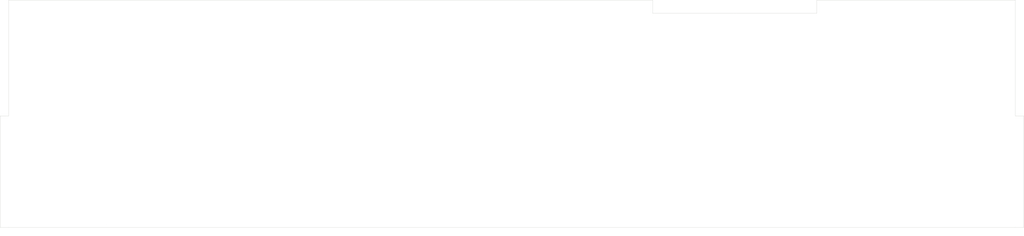
<source format=kicad_pcb>
(kicad_pcb (version 20240108) (generator "pcbnew") (generator_version "8.0")
  (layers (0 "F.Cu" signal) (31 "B.Cu" signal) (34 "B.Paste" user) (35 "F.Paste" user) (36 "B.SilkS" user "B.Silkscreen") (37 "F.SilkS" user "F.Silkscreen") (38 "B.Mask" user) (39 "F.Mask" user) (44 "Edge.Cuts" user))
  (net 0 "")
  (footprint "MountingHole:MountingHole_2.2mm_M2_ISO7380" (layer "F.Cu") (at 234.9 108.2)
    (property "Reference" "H10" (hide yes))
    (property "Value" "MountingHole")
    (pad "" np_thru_hole circle (at 0 0) (size 2.2 2.2) (drill 2.2) (layers "*.Cu" "*.Mask"))
  )
  (footprint "MountingHole:MountingHole_2.2mm_M2_ISO7380" (layer "F.Cu") (at 82.9 108.2)
    (property "Reference" "H9" (hide yes))
    (property "Value" "MountingHole")
    (pad "" np_thru_hole circle (at 0 0) (size 2.2 2.2) (drill 2.2) (layers "*.Cu" "*.Mask"))
  )
  (gr_line (start 253.9 89.1) (end 253.9 67.2) (stroke (width 0.05)) (layer "Edge.Cuts"))
  (gr_line (start 253.9 67.2) (end 216.45 67.2) (stroke (width 0.05)) (layer "Edge.Cuts"))
  (gr_line (start 63.9 110.2) (end 253.9 110.2) (stroke (width 0.05)) (layer "Edge.Cuts"))
  (gr_line (start 255.5 110.2) (end 255.5 89.1) (stroke (width 0.05)) (layer "Edge.Cuts"))
  (gr_line (start 216.45 67.2) (end 216.45 69.7) (stroke (width 0.05)) (layer "Edge.Cuts"))
  (gr_line (start 255.5 89.1) (end 253.9 89.1) (stroke (width 0.05)) (layer "Edge.Cuts"))
  (gr_line (start 253.9 110.2) (end 255.5 110.2) (stroke (width 0.05)) (layer "Edge.Cuts"))
  (gr_line (start 200.95 69.7) (end 185.45 69.7) (stroke (width 0.05)) (layer "Edge.Cuts"))
  (gr_line (start 62.3 89.1) (end 62.3 110.2) (stroke (width 0.05)) (layer "Edge.Cuts"))
  (gr_line (start 185.45 67.2) (end 63.9 67.2) (stroke (width 0.05)) (layer "Edge.Cuts"))
  (gr_line (start 185.45 67.2) (end 185.45 69.7) (stroke (width 0.05)) (layer "Edge.Cuts"))
  (gr_line (start 216.45 69.7) (end 200.95 69.7) (stroke (width 0.05)) (layer "Edge.Cuts"))
  (gr_line (start 63.9 67.2) (end 63.9 89.1) (stroke (width 0.05)) (layer "Edge.Cuts"))
  (gr_line (start 62.3 110.2) (end 63.9 110.2) (stroke (width 0.05)) (layer "Edge.Cuts"))
  (gr_line (start 63.9 89.1) (end 62.3 89.1) (stroke (width 0.05)) (layer "Edge.Cuts"))
)
</source>
